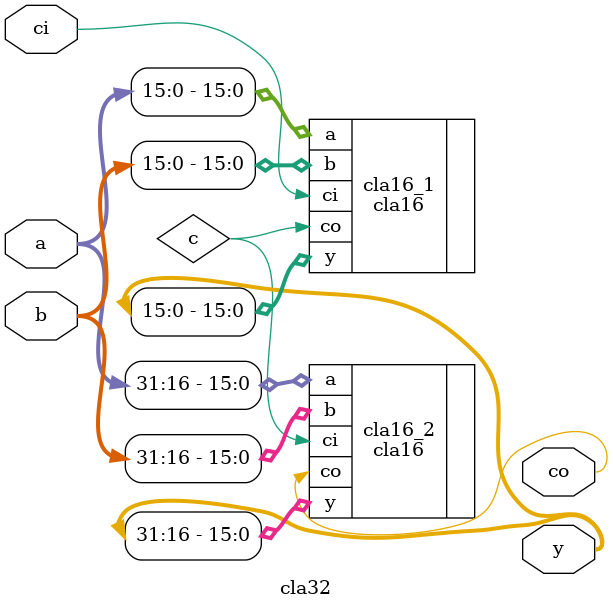
<source format=v>
module cla32(a, b, ci, co, y);
    input[31:0] a, b;
    input ci;

    output[31:0] y;
    output co;

    wire c;
    
    cla16 cla16_1(.a(a[15:0]), .b(b[15:0]), .ci(ci), .co(c), .y(y[15:0]));
    cla16 cla16_2(.a(a[31:16]), .b(b[31:16]), .ci(c), .co(co), .y(y[31:16]));
    
endmodule
</source>
